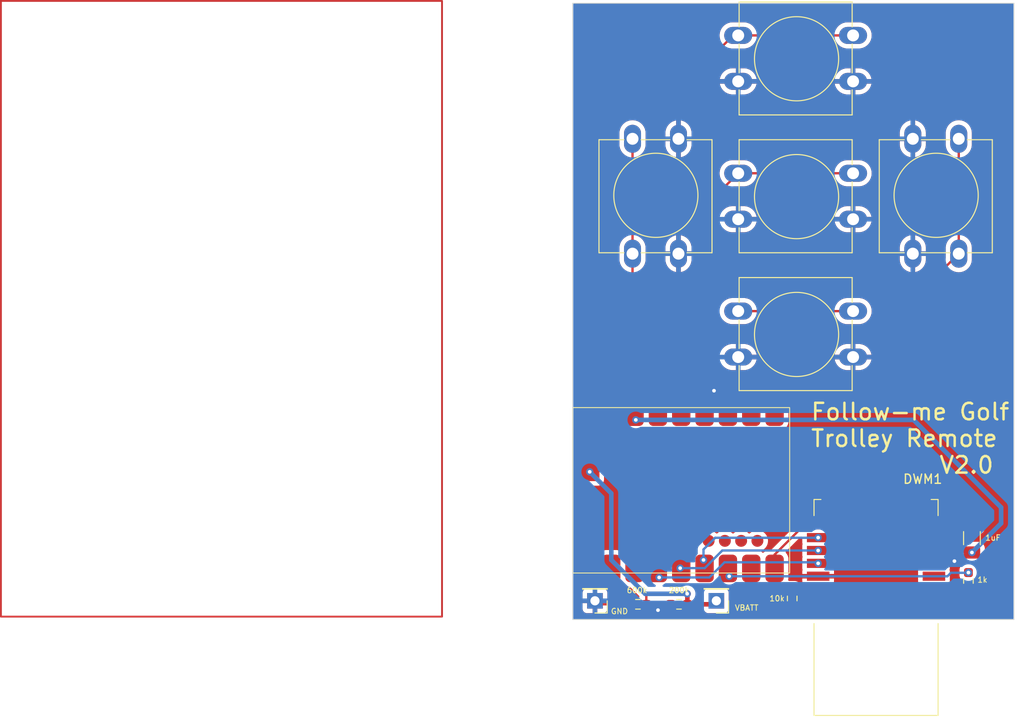
<source format=kicad_pcb>
(kicad_pcb (version 20221018) (generator pcbnew)
  (layers (0 "F.Cu" signal) (31 "B.Cu" signal) (34 "B.Paste" user) (35 "F.Paste" user) (36 "B.SilkS" user "B.Silkscreen") (37 "F.SilkS" user "F.Silkscreen") (38 "B.Mask" user) (39 "F.Mask" user) (44 "Edge.Cuts" user))
  (net 0 "")
  (net 1 "GND")
  (net 2 "+3V3")
  (net 5 "Net-(DWM1-RSTn)")
  (net 14 "CS")
  (net 15 "MOSI")
  (net 16 "MISO")
  (net 17 "CLK")
  (net 18 "IRQ")
  (net 19 "RST")
  (net 20 "VBATT")
  (net 21 "VBATT_DIV")
  (net 22 "LEFT")
  (net 23 "UP")
  (net 24 "STOP")
  (net 25 "DOWN")
  (net 26 "RIGHT")
  (net 31 "Net-(U2-en_fast_charge)")
  (footprint "Capacitor_SMD:C_1206_3216Metric_Pad1.33x1.80mm_HandSolder" (layer "F.Cu") (at 105.664 58.4585 -90)
    (fp_text reference "C2" hide)
    (fp_text value "1uF" hide)
    (fp_line (start -0.711252 -0.91) (end 0.711252 -0.91) (stroke (width 0.12)) (layer "F.SilkS"))
    (fp_line (start -0.711252 0.91) (end 0.711252 0.91) (stroke (width 0.12)) (layer "F.SilkS"))
    (pad "1" smd roundrect (at -1.5625 0 270) (size 1.325 1.8) (layers "F.Cu" "F.Paste" "F.Mask") (roundrect_rratio 0.1886792453) (net 1 "GND"))
    (pad "2" smd roundrect (at 1.5625 0 270) (size 1.325 1.8) (layers "F.Cu" "F.Paste" "F.Mask") (roundrect_rratio 0.1886792453) (net 2 "+3V3"))
  )
  (footprint "Connector_PinHeader_2.54mm:PinHeader_1x01_P2.54mm_Vertical" (layer "F.Cu") (at 77.851 65.278 180)
    (fp_text reference "VBATT1" hide)
    (fp_text value "Batt Conn" hide)
    (fp_line (start -1.33 -1.33) (end 0 -1.33) (stroke (width 0.12)) (layer "F.SilkS"))
    (fp_line (start -1.33 0) (end -1.33 -1.33) (stroke (width 0.12)) (layer "F.SilkS"))
    (fp_line (start -1.33 1.27) (end -1.33 1.33) (stroke (width 0.12)) (layer "F.SilkS"))
    (fp_line (start -1.33 1.27) (end 1.33 1.27) (stroke (width 0.12)) (layer "F.SilkS"))
    (fp_line (start -1.33 1.33) (end 1.33 1.33) (stroke (width 0.12)) (layer "F.SilkS"))
    (fp_line (start 1.33 1.27) (end 1.33 1.33) (stroke (width 0.12)) (layer "F.SilkS"))
    (pad "1" thru_hole rect (at 0 0 180) (size 1.7 1.7) (drill 1) (layers "*.Cu" "*.Mask") (net 20 "VBATT"))
  )
  (footprint "Button_Switch_THT:SW_PUSH-12mm" (layer "F.Cu") (at 80.23 3.754)
    (fp_text reference "SW2" hide)
    (fp_text value "SW_Push" hide)
    (fp_line (start 0.1 -3.65) (end 12.4 -3.65) (stroke (width 0.12)) (layer "F.SilkS"))
    (fp_line (start 0.1 -0.93) (end 0.1 -3.65) (stroke (width 0.12)) (layer "F.SilkS"))
    (fp_line (start 0.1 4.07) (end 0.1 0.93) (stroke (width 0.12)) (layer "F.SilkS"))
    (fp_line (start 0.1 8.65) (end 0.1 5.93) (stroke (width 0.12)) (layer "F.SilkS"))
    (fp_line (start 12.4 -3.65) (end 12.4 -0.93) (stroke (width 0.12)) (layer "F.SilkS"))
    (fp_line (start 12.4 0.93) (end 12.4 4.07) (stroke (width 0.12)) (layer "F.SilkS"))
    (fp_line (start 12.4 5.93) (end 12.4 8.65) (stroke (width 0.12)) (layer "F.SilkS"))
    (fp_line (start 12.4 8.65) (end 0.1 8.65) (stroke (width 0.12)) (layer "F.SilkS"))
    (fp_circle (center 6.35 2.54) (end 10.16 5.08) (stroke (width 0.12)) (fill none) (layer "F.SilkS"))
    (pad "1" thru_hole oval (at 0 0) (size 3.048 1.85) (drill 1.3) (layers "*.Cu" "*.Mask") (net 23 "UP"))
    (pad "1" thru_hole oval (at 12.5 0) (size 3.048 1.85) (drill 1.3) (layers "*.Cu" "*.Mask") (net 23 "UP"))
    (pad "2" thru_hole oval (at 0 5) (size 3.048 1.85) (drill 1.3) (layers "*.Cu" "*.Mask") (net 1 "GND"))
    (pad "2" thru_hole oval (at 12.5 5) (size 3.048 1.85) (drill 1.3) (layers "*.Cu" "*.Mask") (net 1 "GND"))
  )
  (footprint "Resistor_SMD:R_0603_1608Metric_Pad0.98x0.95mm_HandSolder" (layer "F.Cu") (at 105.283 63.119 90)
    (fp_text reference "R1" hide)
    (fp_text value "R1k" hide)
    (fp_line (start -0.254724 -0.5225) (end 0.254724 -0.5225) (stroke (width 0.12)) (layer "F.SilkS"))
    (fp_line (start -0.254724 0.5225) (end 0.254724 0.5225) (stroke (width 0.12)) (layer "F.SilkS"))
    (pad "1" smd roundrect (at -0.9125 0 90) (size 0.975 0.95) (layers "F.Cu" "F.Paste" "F.Mask") (net 5 "Net-(DWM1-RSTn)"))
    (pad "2" smd roundrect (at 0.9125 0 90) (size 0.975 0.95) (layers "F.Cu" "F.Paste" "F.Mask") (net 19 "RST"))
  )
  (footprint "Resistor_SMD:R_0603_1608Metric_Pad0.98x0.95mm_HandSolder" (layer "F.Cu") (at 86.106 65.024 -90)
    (fp_text reference "R4" hide)
    (fp_text value "R10k" hide)
    (fp_line (start -0.254724 -0.5225) (end 0.254724 -0.5225) (stroke (width 0.12)) (layer "F.SilkS"))
    (fp_line (start -0.254724 0.5225) (end 0.254724 0.5225) (stroke (width 0.12)) (layer "F.SilkS"))
    (pad "1" smd roundrect (at -0.9125 0 270) (size 0.975 0.95) (layers "F.Cu" "F.Paste" "F.Mask") (net 18 "IRQ"))
    (pad "2" smd roundrect (at 0.9125 0 270) (size 0.975 0.95) (layers "F.Cu" "F.Paste" "F.Mask") (net 1 "GND"))
  )
  (footprint "Button_Switch_THT:SW_PUSH-12mm" (layer "F.Cu") (at 80.23 33.754)
    (fp_text reference "SW4" hide)
    (fp_text value "SW_Push" hide)
    (fp_line (start 0.1 -3.65) (end 12.4 -3.65) (stroke (width 0.12)) (layer "F.SilkS"))
    (fp_line (start 0.1 -0.93) (end 0.1 -3.65) (stroke (width 0.12)) (layer "F.SilkS"))
    (fp_line (start 0.1 4.07) (end 0.1 0.93) (stroke (width 0.12)) (layer "F.SilkS"))
    (fp_line (start 0.1 8.65) (end 0.1 5.93) (stroke (width 0.12)) (layer "F.SilkS"))
    (fp_line (start 12.4 -3.65) (end 12.4 -0.93) (stroke (width 0.12)) (layer "F.SilkS"))
    (fp_line (start 12.4 0.93) (end 12.4 4.07) (stroke (width 0.12)) (layer "F.SilkS"))
    (fp_line (start 12.4 5.93) (end 12.4 8.65) (stroke (width 0.12)) (layer "F.SilkS"))
    (fp_line (start 12.4 8.65) (end 0.1 8.65) (stroke (width 0.12)) (layer "F.SilkS"))
    (fp_circle (center 6.35 2.54) (end 10.16 5.08) (stroke (width 0.12)) (fill none) (layer "F.SilkS"))
    (pad "1" thru_hole oval (at 0 0) (size 3.048 1.85) (drill 1.3) (layers "*.Cu" "*.Mask") (net 25 "DOWN"))
    (pad "1" thru_hole oval (at 12.5 0) (size 3.048 1.85) (drill 1.3) (layers "*.Cu" "*.Mask") (net 25 "DOWN"))
    (pad "2" thru_hole oval (at 0 5) (size 3.048 1.85) (drill 1.3) (layers "*.Cu" "*.Mask") (net 1 "GND"))
    (pad "2" thru_hole oval (at 12.5 5) (size 3.048 1.85) (drill 1.3) (layers "*.Cu" "*.Mask") (net 1 "GND"))
  )
  (footprint "Connector_PinHeader_2.54mm:PinHeader_1x01_P2.54mm_Vertical" (layer "F.Cu") (at 64.643 65.278 180)
    (fp_text reference "GND" (at -2.667 -1.143) (layer "F.SilkS") (effects (font (size 0.6 0.6) (thickness 0.1) bold)))
    (fp_text value "Batt Conn" hide)
    (fp_line (start -1.33 -1.33) (end 0 -1.33) (stroke (width 0.12)) (layer "F.SilkS"))
    (fp_line (start -1.33 0) (end -1.33 -1.33) (stroke (width 0.12)) (layer "F.SilkS"))
    (fp_line (start -1.33 1.27) (end -1.33 1.33) (stroke (width 0.12)) (layer "F.SilkS"))
    (fp_line (start -1.33 1.27) (end 1.33 1.27) (stroke (width 0.12)) (layer "F.SilkS"))
    (fp_line (start -1.33 1.33) (end 1.33 1.33) (stroke (width 0.12)) (layer "F.SilkS"))
    (fp_line (start 1.33 1.27) (end 1.33 1.33) (stroke (width 0.12)) (layer "F.SilkS"))
    (pad "1" thru_hole rect (at 0 0 180) (size 1.7 1.7) (drill 1) (layers "*.Cu" "*.Mask") (net 1 "GND"))
  )
  (footprint "Button_Switch_THT:SW_PUSH-12mm" (layer "F.Cu") (at 68.73 27.504 90)
    (fp_text reference "SW1" hide)
    (fp_text value "SW_Push" hide)
    (fp_line (start 0.1 -3.65) (end 12.4 -3.65) (stroke (width 0.12)) (layer "F.SilkS"))
    (fp_line (start 0.1 -0.93) (end 0.1 -3.65) (stroke (width 0.12)) (layer "F.SilkS"))
    (fp_line (start 0.1 4.07) (end 0.1 0.93) (stroke (width 0.12)) (layer "F.SilkS"))
    (fp_line (start 0.1 8.65) (end 0.1 5.93) (stroke (width 0.12)) (layer "F.SilkS"))
    (fp_line (start 12.4 -3.65) (end 12.4 -0.93) (stroke (width 0.12)) (layer "F.SilkS"))
    (fp_line (start 12.4 0.93) (end 12.4 4.07) (stroke (width 0.12)) (layer "F.SilkS"))
    (fp_line (start 12.4 5.93) (end 12.4 8.65) (stroke (width 0.12)) (layer "F.SilkS"))
    (fp_line (start 12.4 8.65) (end 0.1 8.65) (stroke (width 0.12)) (layer "F.SilkS"))
    (fp_circle (center 6.35 2.54) (end 10.16 5.08) (stroke (width 0.12)) (fill none) (layer "F.SilkS"))
    (pad "1" thru_hole oval (at 0 0 90) (size 3.048 1.85) (drill 1.3) (layers "*.Cu" "*.Mask") (net 22 "LEFT"))
    (pad "1" thru_hole oval (at 12.5 0 90) (size 3.048 1.85) (drill 1.3) (layers "*.Cu" "*.Mask") (net 22 "LEFT"))
    (pad "2" thru_hole oval (at 0 5 90) (size 3.048 1.85) (drill 1.3) (layers "*.Cu" "*.Mask") (net 1 "GND"))
    (pad "2" thru_hole oval (at 12.5 5 90) (size 3.048 1.85) (drill 1.3) (layers "*.Cu" "*.Mask") (net 1 "GND"))
  )
  (footprint "Button_Switch_THT:SW_PUSH-12mm" (layer "F.Cu") (at 99.23 27.504 90)
    (fp_text reference "SW5" hide)
    (fp_text value "SW_Push" hide)
    (fp_line (start 0.1 -3.65) (end 12.4 -3.65) (stroke (width 0.12)) (layer "F.SilkS"))
    (fp_line (start 0.1 -0.93) (end 0.1 -3.65) (stroke (width 0.12)) (layer "F.SilkS"))
    (fp_line (start 0.1 4.07) (end 0.1 0.93) (stroke (width 0.12)) (layer "F.SilkS"))
    (fp_line (start 0.1 8.65) (end 0.1 5.93) (stroke (width 0.12)) (layer "F.SilkS"))
    (fp_line (start 12.4 -3.65) (end 12.4 -0.93) (stroke (width 0.12)) (layer "F.SilkS"))
    (fp_line (start 12.4 0.93) (end 12.4 4.07) (stroke (width 0.12)) (layer "F.SilkS"))
    (fp_line (start 12.4 5.93) (end 12.4 8.65) (stroke (width 0.12)) (layer "F.SilkS"))
    (fp_line (start 12.4 8.65) (end 0.1 8.65) (stroke (width 0.12)) (layer "F.SilkS"))
    (fp_circle (center 6.35 2.54) (end 10.16 5.08) (stroke (width 0.12)) (fill none) (layer "F.SilkS"))
    (pad "1" thru_hole oval (at 0 0 90) (size 3.048 1.85) (drill 1.3) (layers "*.Cu" "*.Mask") (net 1 "GND"))
    (pad "1" thru_hole oval (at 12.5 0 90) (size 3.048 1.85) (drill 1.3) (layers "*.Cu" "*.Mask") (net 1 "GND"))
    (pad "2" thru_hole oval (at 0 5 90) (size 3.048 1.85) (drill 1.3) (layers "*.Cu" "*.Mask") (net 26 "RIGHT"))
    (pad "2" thru_hole oval (at 12.5 5 90) (size 3.048 1.85) (drill 1.3) (layers "*.Cu" "*.Mask") (net 26 "RIGHT"))
  )
  (footprint "Resistor_SMD:R_0603_1608Metric_Pad0.98x0.95mm_HandSolder" (layer "F.Cu") (at 73.787 65.659 180)
    (fp_text reference "R2" hide)
    (fp_text value "R200k" hide)
    (fp_line (start -0.254724 -0.5225) (end 0.254724 -0.5225) (stroke (width 0.12)) (layer "F.SilkS"))
    (fp_line (start -0.254724 0.5225) (end 0.254724 0.5225) (stroke (width 0.12)) (layer "F.SilkS"))
    (pad "1" smd roundrect (at -0.9125 0 180) (size 0.975 0.95) (layers "F.Cu" "F.Paste" "F.Mask") (net 20 "VBATT"))
    (pad "2" smd roundrect (at 0.9125 0 180) (size 0.975 0.95) (layers "F.Cu" "F.Paste" "F.Mask") (net 21 "VBATT_DIV"))
  )
  (footprint "ESP32 S3 Supermini:ESP32 S3 Supermini" (layer "F.Cu") (at 62.23 62.254 90)
    (fp_text reference "U2" hide)
    (fp_text value "~" hide)
    (fp_rect (start 0 0) (end 18 23.6) (stroke (width 0.1)) (fill none) (layer "F.SilkS"))
    (pad "1" smd roundrect (at 0.5 1.64 90) (size 3 2) (layers "F.Cu" "F.Paste" "F.Mask"))
    (pad "2" smd roundrect (at 0.5 4.18 90) (size 3 2) (layers "F.Cu" "F.Paste" "F.Mask"))
    (pad "3" smd roundrect (at 0.5 6.72 90) (size 3 2) (layers "F.Cu" "F.Paste" "F.Mask") (net 21 "VBATT_DIV"))
    (pad "4" smd roundrect (at 0.5 9.26 90) (size 3 2) (layers "F.Cu" "F.Paste" "F.Mask") (net 17 "CLK"))
    (pad "5" smd roundrect (at 0.5 11.8 90) (size 3 2) (layers "F.Cu" "F.Paste" "F.Mask") (net 16 "MISO"))
    (pad "6" smd roundrect (at 0.5 14.34 90) (size 3 2) (layers "F.Cu" "F.Paste" "F.Mask") (net 15 "MOSI"))
    (pad "7" smd roundrect (at 0.5 16.88 90) (size 3 2) (layers "F.Cu" "F.Paste" "F.Mask") (net 19 "RST"))
    (pad "8" smd roundrect (at 0.5 19.42 90) (size 3 2) (layers "F.Cu" "F.Paste" "F.Mask") (net 18 "IRQ"))
    (pad "9" smd roundrect (at 0.5 21.96 90) (size 3 2) (layers "F.Cu" "F.Paste" "F.Mask") (net 14 "CS"))
    (pad "10" smd roundrect (at 17.5 21.96 90) (size 3 2) (layers "F.Cu" "F.Paste" "F.Mask") (net 26 "RIGHT"))
    (pad "11" smd roundrect (at 17.5 19.42 90) (size 3 2) (layers "F.Cu" "F.Paste" "F.Mask") (net 25 "DOWN"))
    (pad "12" smd roundrect (at 17.5 16.88 90) (size 3 2) (layers "F.Cu" "F.Paste" "F.Mask") (net 24 "STOP"))
    (pad "13" smd roundrect (at 17.5 14.34 90) (size 3 2) (layers "F.Cu" "F.Paste" "F.Mask") (net 23 "UP"))
    (pad "14" smd roundrect (at 17.5 11.8 90) (size 3 2) (layers "F.Cu" "F.Paste" "F.Mask") (net 22 "LEFT"))
    (pad "15" smd roundrect (at 17.5 9.26 90) (size 3 2) (layers "F.Cu" "F.Paste" "F.Mask"))
    (pad "16" smd roundrect (at 17.5 6.72 90) (size 3 2) (layers "F.Cu" "F.Paste" "F.Mask") (net 2 "+3V3"))
    (pad "17" smd roundrect (at 17.5 4.18 90) (size 3 2) (layers "F.Cu" "F.Paste" "F.Mask") (net 1 "GND"))
    (pad "18" smd roundrect (at 17.5 1.64 90) (size 3 2) (layers "F.Cu" "F.Paste" "F.Mask"))
    (pad "19" smd roundrect (at 7.1 1.8 90) (size 2.2 2.2) (layers "F.Cu" "F.Paste" "F.Mask") (roundrect_rratio 0.1) (net 1 "GND"))
    (pad "20" smd roundrect (at 11.1 1.8 90) (size 2.2 2.2) (layers "F.Cu" "F.Paste" "F.Mask") (roundrect_rratio 0.1) (net 20 "VBATT"))
    (pad "21" smd rect (at 8 6.2 90) (size 1 1) (layers "F.Cu" "F.Paste" "F.Mask") (net 31 "Net-(U2-en_fast_charge)"))
    (pad "22" smd rect (at 10 6.2 90) (size 1 1) (layers "F.Cu" "F.Paste" "F.Mask") (net 31 "Net-(U2-en_fast_charge)"))
    (pad "23" smd circle (at 3.5 7.7 90) (size 1.3 1.3) (layers "F.Cu" "F.Paste" "F.Mask"))
    (pad "24" smd circle (at 3.5 9.47 90) (size 1.3 1.3) (layers "F.Cu" "F.Paste" "F.Mask"))
    (pad "25" smd circle (at 3.5 11.24 90) (size 1.3 1.3) (layers "F.Cu" "F.Paste" "F.Mask"))
    (pad "26" smd circle (at 3.5 13.01 90) (size 1.3 1.3) (layers "F.Cu" "F.Paste" "F.Mask"))
    (pad "27" smd circle (at 3.5 14.78 90) (size 1.3 1.3) (layers "F.Cu" "F.Paste" "F.Mask"))
    (pad "28" smd circle (at 3.5 16.55 90) (size 1.3 1.3) (layers "F.Cu" "F.Paste" "F.Mask"))
    (pad "29" smd circle (at 3.5 18.32 90) (size 1.3 1.3) (layers "F.Cu" "F.Paste" "F.Mask"))
    (pad "30" smd circle (at 3.5 20.09 90) (size 1.3 1.3) (layers "F.Cu" "F.Paste" "F.Mask"))
    (pad "31" smd circle (at 14.2 20.09 90) (size 1.3 1.3) (layers "F.Cu" "F.Paste" "F.Mask"))
    (pad "32" smd circle (at 14.2 18.32 90) (size 1.3 1.3) (layers "F.Cu" "F.Paste" "F.Mask"))
    (pad "33" smd circle (at 14.2 16.55 90) (size 1.3 1.3) (layers "F.Cu" "F.Paste" "F.Mask"))
    (pad "34" smd circle (at 14.2 14.78 90) (size 1.3 1.3) (layers "F.Cu" "F.Paste" "F.Mask"))
    (pad "35" smd circle (at 14.2 13.01 90) (size 1.3 1.3) (layers "F.Cu" "F.Paste" "F.Mask"))
    (pad "36" smd circle (at 14.2 11.24 90) (size 1.3 1.3) (layers "F.Cu" "F.Paste" "F.Mask"))
    (pad "37" smd circle (at 14.2 9.47 90) (size 1.2 1.2) (layers "F.Cu" "F.Paste" "F.Mask"))
    (pad "38" smd circle (at 14.2 7.7 90) (size 1.3 1.3) (layers "F.Cu" "F.Paste" "F.Mask"))
    (pad "39" smd circle (at 11.4 7.7 90) (size 1.3 1.3) (layers "F.Cu" "F.Paste" "F.Mask"))
    (pad "40" smd circle (at 11.4 9.47 90) (size 1.3 1.3) (layers "F.Cu" "F.Paste" "F.Mask"))
    (pad "41" smd circle (at 11.4 11.24 90) (size 1.3 1.3) (layers "F.Cu" "F.Paste" "F.Mask"))
    (pad "42" smd circle (at 11.4 13.01 90) (size 1.3 1.3) (layers "F.Cu" "F.Paste" "F.Mask"))
  )
  (footprint "RF_Module:DWM1000" (layer "F.Cu") (at 95.23 66.004 180)
    (fp_text reference "DWM1" (at -5.08 13.97) (layer "F.SilkS"))
    (fp_text value "DWM1000")
    (fp_line (start -6.75 -11.75) (end -6.75 -1.75) (stroke (width 0.12)) (layer "F.SilkS"))
    (fp_line (start -6.75 -11.75) (end 6.75 -11.75) (stroke (width 0.12)) (layer "F.SilkS"))
    (fp_line (start -6.75 11.75) (end -6.75 10) (stroke (width 0.12)) (layer "F.SilkS"))
    (fp_line (start -6 11.75) (end -6.75 11.75) (stroke (width 0.12)) (layer "F.SilkS"))
    (fp_line (start 6 11.75) (end 6.75 11.75) (stroke (width 0.12)) (layer "F.SilkS"))
    (fp_line (start 6.75 -11.75) (end 6.75 -1.75) (stroke (width 0.12)) (layer "F.SilkS"))
    (fp_line (start 6.75 11.75) (end 6.75 10) (stroke (width 0.12)) (layer "F.SilkS"))
    (pad "1" smd rect (at -6.3 -0.7988 270) (size 1 2.45) (layers "F.Cu" "F.Paste" "F.Mask"))
    (pad "2" smd rect (at -6.3 0.6012 270) (size 1 2.45) (layers "F.Cu" "F.Paste" "F.Mask"))
    (pad "3" smd rect (at -6.3 2.0012 270) (size 1 2.45) (layers "F.Cu" "F.Paste" "F.Mask") (net 5 "Net-(DWM1-RSTn)"))
    (pad "4" smd rect (at -6.3 3.4012 270) (size 1 2.45) (layers "F.Cu" "F.Paste" "F.Mask"))
    (pad "5" smd rect (at -6.3 4.8012 270) (size 1 2.45) (layers "F.Cu" "F.Paste" "F.Mask") (net 2 "+3V3"))
    (pad "6" smd rect (at -6.3 6.2012 270) (size 1 2.45) (layers "F.Cu" "F.Paste" "F.Mask") (net 2 "+3V3"))
    (pad "7" smd rect (at -6.3 7.6012 270) (size 1 2.45) (layers "F.Cu" "F.Paste" "F.Mask") (net 2 "+3V3"))
    (pad "8" smd rect (at -6.3 9.0012 270) (size 1 2.45) (layers "F.Cu" "F.Paste" "F.Mask") (net 1 "GND"))
    (pad "9" smd rect (at -4.9 11.2962 180) (size 1 2.45) (layers "F.Cu" "F.Paste" "F.Mask"))
    (pad "10" smd rect (at -3.5 11.2962 180) (size 1 2.45) (layers "F.Cu" "F.Paste" "F.Mask"))
    (pad "11" smd rect (at -2.1 11.2962 180) (size 1 2.45) (layers "F.Cu" "F.Paste" "F.Mask"))
    (pad "12" smd rect (at -0.7 11.2962 180) (size 1 2.45) (layers "F.Cu" "F.Paste" "F.Mask"))
    (pad "13" smd rect (at 0.7 11.2962 180) (size 1 2.45) (layers "F.Cu" "F.Paste" "F.Mask"))
    (pad "14" smd rect (at 2.1 11.2962 180) (size 1 2.45) (layers "F.Cu" "F.Paste" "F.Mask"))
    (pad "15" smd rect (at 3.5 11.2962 180) (size 1 2.45) (layers "F.Cu" "F.Paste" "F.Mask"))
    (pad "16" smd rect (at 4.9 11.2962 180) (size 1 2.45) (layers "F.Cu" "F.Paste" "F.Mask") (net 1 "GND"))
    (pad "17" smd rect (at 6.3 9 270) (size 1 2.45) (layers "F.Cu" "F.Paste" "F.Mask") (net 14 "CS"))
    (pad "18" smd rect (at 6.3 7.6 270) (size 1 2.45) (layers "F.Cu" "F.Paste" "F.Mask") (net 15 "MOSI"))
    (pad "19" smd rect (at 6.3 6.2012 270) (size 1 2.45) (layers "F.Cu" "F.Paste" "F.Mask") (net 16 "MISO"))
    (pad "20" smd rect (at 6.3 4.8012 270) (size 1 2.45) (layers "F.Cu" "F.Paste" "F.Mask") (net 17 "CLK"))
    (pad "21" smd rect (at 6.3 3.4012 270) (size 1 2.45) (layers "F.Cu" "F.Paste" "F.Mask") (net 1 "GND"))
    (pad "22" smd rect (at 6.3 2.0012 270) (size 1 2.45) (layers "F.Cu" "F.Paste" "F.Mask") (net 18 "IRQ"))
    (pad "23" smd rect (at 6.3 0.6012 270) (size 1 2.45) (layers "F.Cu" "F.Paste" "F.Mask") (net 1 "GND"))
    (pad "24" smd rect (at 6.3 -0.7988 270) (size 1 2.45) (layers "F.Cu" "F.Paste" "F.Mask") (net 1 "GND"))
    (zone (net 0) (net_name "") (layers "*.Cu") (connect_pads (clearance 0)) (min_thickness 0.254)
      (keepout (tracks not_allowed) (vias not_allowed) (pads not_allowed) (copperpour not_allowed) (footprints not_allowed))
      (fill (thermal_gap 0.508) (thermal_bridge_width 0.508))
      (polygon (pts (xy 104.12 67.324) (xy 86.34 67.324) (xy 86.34 78.704) (xy 104.12 78.704)))
    )
  )
  (footprint "Button_Switch_THT:SW_PUSH-12mm" (layer "F.Cu") (at 80.23 18.754)
    (fp_text reference "SW3" hide)
    (fp_text value "SW_Push" hide)
    (fp_line (start 0.1 -3.65) (end 12.4 -3.65) (stroke (width 0.12)) (layer "F.SilkS"))
    (fp_line (start 0.1 -0.93) (end 0.1 -3.65) (stroke (width 0.12)) (layer "F.SilkS"))
    (fp_line (start 0.1 4.07) (end 0.1 0.93) (stroke (width 0.12)) (layer "F.SilkS"))
    (fp_line (start 0.1 8.65) (end 0.1 5.93) (stroke (width 0.12)) (layer "F.SilkS"))
    (fp_line (start 12.4 -3.65) (end 12.4 -0.93) (stroke (width 0.12)) (layer "F.SilkS"))
    (fp_line (start 12.4 0.93) (end 12.4 4.07) (stroke (width 0.12)) (layer "F.SilkS"))
    (fp_line (start 12.4 5.93) (end 12.4 8.65) (stroke (width 0.12)) (layer "F.SilkS"))
    (fp_line (start 12.4 8.65) (end 0.1 8.65) (stroke (width 0.12)) (layer "F.SilkS"))
    (fp_circle (center 6.35 2.54) (end 10.16 5.08) (stroke (width 0.12)) (fill none) (layer "F.SilkS"))
    (pad "1" thru_hole oval (at 0 0) (size 3.048 1.85) (drill 1.3) (layers "*.Cu" "*.Mask") (net 24 "STOP"))
    (pad "1" thru_hole oval (at 12.5 0) (size 3.048 1.85) (drill 1.3) (layers "*.Cu" "*.Mask") (net 24 "STOP"))
    (pad "2" thru_hole oval (at 0 5) (size 3.048 1.85) (drill 1.3) (layers "*.Cu" "*.Mask") (net 1 "GND"))
    (pad "2" thru_hole oval (at 12.5 5) (size 3.048 1.85) (drill 1.3) (layers "*.Cu" "*.Mask") (net 1 "GND"))
  )
  (footprint "Resistor_SMD:R_0603_1608Metric_Pad0.98x0.95mm_HandSolder" (layer "F.Cu") (at 69.3185 65.659 180)
    (fp_text reference "R3" hide)
    (fp_text value "R680k" hide)
    (fp_line (start -0.254724 -0.5225) (end 0.254724 -0.5225) (stroke (width 0.12)) (layer "F.SilkS"))
    (fp_line (start -0.254724 0.5225) (end 0.254724 0.5225) (stroke (width 0.12)) (layer "F.SilkS"))
    (pad "1" smd roundrect (at -0.9125 0 180) (size 0.975 0.95) (layers "F.Cu" "F.Paste" "F.Mask") (net 21 "VBATT_DIV"))
    (pad "2" smd roundrect (at 0.9125 0 180) (size 0.975 0.95) (layers "F.Cu" "F.Paste" "F.Mask") (net 1 "GND"))
  )
  (gr_rect locked (start 0 0) (end 48 67) (stroke (width 0.2)) (fill none) (layer "F.Cu"))
  (gr_rect (start 62.23 0.254) (end 110.236 67.31) (stroke (width 0.1)) (fill none) (layer "Edge.Cuts"))
  (gr_text "1k" (at 106.807 62.992) (layer "F.SilkS") (effects (font (size 0.6 0.6) (thickness 0.1) bold)))
  (gr_text "600k" (at 69.215 64.135) (layer "F.SilkS") (effects (font (size 0.6 0.6) (thickness 0.1) bold)))
  (gr_text "VBATT" (at 81.153 66.04) (layer "F.SilkS") (effects (font (size 0.6 0.6) (thickness 0.1) bold)))
  (gr_text "Follow-me Golf \nTrolley Remote \n		V2.0" (at 88.011 51.562) (layer "F.SilkS") (effects (font (size 1.8 1.8) (thickness 0.27)) (justify left bottom)))
  (gr_text "200k" (at 73.787 64.135) (layer "F.SilkS") (effects (font (size 0.6 0.6) (thickness 0.1) bold)))
  (gr_text "1uF" (at 107.95 58.42) (layer "F.SilkS") (effects (font (size 0.6 0.6) (thickness 0.1) bold)))
  (gr_text "10k" (at 84.455 65.024) (layer "F.SilkS") (effects (font (size 0.6 0.6) (thickness 0.1) bold)))
  (segment (start 65.151 65.659) (end 64.643 65.151) (width 0.25) (layer "F.Cu") (net 1))
  (segment (start 66.41 41.794) (end 66.421 41.783) (width 0.25) (layer "F.Cu") (net 1))
  (segment (start 68.406 65.659) (end 65.151 65.659) (width 0.25) (layer "F.Cu") (net 1))
  (segment (start 66.421 41.783) (end 66.421 48.006) (width 0.5) (layer "F.Cu") (net 1))
  (via (at 77.597 42.418) (size 0.8) (drill 0.4) (layers "F.Cu" "B.Cu") (net 1))
  (via (at 71.501 66.294) (size 0.8) (drill 0.4) (layers "F.Cu" "B.Cu") (net 1))
  (via (at 103.759 60.96) (size 0.8) (drill 0.4) (layers "F.Cu" "B.Cu") (net 1))
  (segment (start 105.4458 59.8028) (end 105.664 60.021) (width 0.25) (layer "F.Cu") (net 2))
  (segment (start 101.53 59.8028) (end 101.53 58.4028) (width 0.5) (layer "F.Cu") (net 2))
  (segment (start 101.53 59.8028) (end 101.53 61.2028) (width 0.5) (layer "F.Cu") (net 2))
  (segment (start 68.95 44.754) (end 68.95 45.455) (width 0.25) (layer "F.Cu") (net 2))
  (segment (start 68.95 45.455) (end 69.088 45.593) (width 0.25) (layer "F.Cu") (net 2))
  (segment (start 101.53 59.8028) (end 105.4458 59.8028) (width 0.5) (layer "F.Cu") (net 2))
  (via (at 105.664 60.021) (size 0.8) (drill 0.4) (layers "F.Cu" "B.Cu") (net 2))
  (via (at 69.088 45.593) (size 0.8) (drill 0.4) (layers "F.Cu" "B.Cu") (net 2))
  (segment (start 108.839 56.846) (end 105.664 60.021) (width 0.5) (layer "B.Cu") (net 2))
  (segment (start 69.088 45.593) (end 99.314 45.593) (width 0.5) (layer "B.Cu") (net 2))
  (segment (start 99.314 45.593) (end 108.839 55.118) (width 0.5) (layer "B.Cu") (net 2))
  (segment (start 108.839 55.118) (end 108.839 56.846) (width 0.5) (layer "B.Cu") (net 2))
  (segment (start 101.53 64.0028) (end 105.1508 64.0028) (width 0.25) (layer "F.Cu") (net 5))
  (segment (start 105.1508 64.0028) (end 105.283 64.135) (width 0.25) (layer "F.Cu") (net 5))
  (segment (start 84.19 61.754) (end 84.19 60.254) (width 0.25) (layer "F.Cu") (net 14))
  (segment (start 87.44 57.004) (end 88.93 57.004) (width 0.25) (layer "F.Cu") (net 14))
  (segment (start 84.19 60.254) (end 87.44 57.004) (width 0.25) (layer "F.Cu") (net 14))
  (segment (start 76.57 60.949) (end 76.454 60.833) (width 0.25) (layer "F.Cu") (net 15))
  (segment (start 76.57 61.754) (end 76.57 60.949) (width 0.25) (layer "F.Cu") (net 15))
  (via (at 88.93 58.404) (size 0.8) (drill 0.4) (layers "F.Cu" "B.Cu") (net 15))
  (via (at 76.454 60.833) (size 0.8) (drill 0.4) (layers "F.Cu" "B.Cu") (net 15))
  (segment (start 76.454 59.69) (end 77.724 58.42) (width 0.25) (layer "B.Cu") (net 15))
  (segment (start 88.914 58.42) (end 88.93 58.404) (width 0.25) (layer "B.Cu") (net 15))
  (segment (start 76.454 60.833) (end 76.454 59.69) (width 0.25) (layer "B.Cu") (net 15))
  (segment (start 77.724 58.42) (end 88.914 58.42) (width 0.25) (layer "B.Cu") (net 15))
  (segment (start 74.03 61.754) (end 73.946 61.754) (width 0.25) (layer "F.Cu") (net 16))
  (segment (start 73.946 61.754) (end 73.914 61.722) (width 0.25) (layer "F.Cu") (net 16))
  (via (at 73.914 61.722) (size 0.8) (drill 0.4) (layers "F.Cu" "B.Cu") (net 16))
  (via (at 88.93 59.8028) (size 0.8) (drill 0.4) (layers "F.Cu" "B.Cu") (net 16))
  (segment (start 78.5002 59.8028) (end 88.93 59.8028) (width 0.25) (layer "B.Cu") (net 16))
  (segment (start 73.914 61.722) (end 76.590305 61.722) (width 0.25) (layer "B.Cu") (net 16))
  (segment (start 76.590305 61.722) (end 77.179 61.133305) (width 0.25) (layer "B.Cu") (net 16))
  (segment (start 77.179 61.133305) (end 77.179 61.124) (width 0.25) (layer "B.Cu") (net 16))
  (segment (start 77.179 61.124) (end 78.5002 59.8028) (width 0.25) (layer "B.Cu") (net 16))
  (segment (start 71.49 61.754) (end 71.49 62.6) (width 0.25) (layer "F.Cu") (net 17))
  (segment (start 71.596 61.754) (end 71.628 61.722) (width 0.25) (layer "F.Cu") (net 17))
  (segment (start 71.49 62.6) (end 71.628 62.738) (width 0.25) (layer "F.Cu") (net 17))
  (via (at 88.93 61.2028) (size 0.8) (drill 0.4) (layers "F.Cu" "B.Cu") (net 17))
  (via (at 71.628 62.738) (size 0.8) (drill 0.4) (layers "F.Cu" "B.Cu") (net 17))
  (segment (start 88.8142 61.087) (end 88.93 61.2028) (width 0.25) (layer "B.Cu") (net 17))
  (segment (start 78.74 61.087) (end 88.8142 61.087) (width 0.25) (layer "B.Cu") (net 17))
  (segment (start 77.089 62.738) (end 78.74 61.087) (width 0.25) (layer "B.Cu") (net 17))
  (segment (start 71.628 62.738) (end 77.089 62.738) (width 0.25) (layer "B.Cu") (net 17))
  (segment (start 88.8213 64.1115) (end 88.93 64.0028) (width 0.25) (layer "F.Cu") (net 18))
  (segment (start 81.65 61.754) (end 81.65 61.352) (width 0.25) (layer "F.Cu") (net 18))
  (segment (start 81.65 61.754) (end 81.65 63.254) (width 0.25) (layer "F.Cu") (net 18))
  (segment (start 82.5075 64.1115) (end 86.106 64.1115) (width 0.25) (layer "F.Cu") (net 18))
  (segment (start 81.65 63.254) (end 82.5075 64.1115) (width 0.25) (layer "F.Cu") (net 18))
  (segment (start 86.106 64.1115) (end 88.8213 64.1115) (width 0.25) (layer "F.Cu") (net 18))
  (segment (start 79.11 62.473) (end 79.248 62.611) (width 0.25) (layer "F.Cu") (net 19))
  (segment (start 79.11 61.754) (end 79.11 62.473) (width 0.25) (layer "F.Cu") (net 19))
  (via (at 79.248 62.611) (size 0.8) (drill 0.4) (layers "F.Cu" "B.Cu") (net 19))
  (via (at 105.283 62.2065) (size 0.8) (drill 0.4) (layers "F.Cu" "B.Cu") (net 19))
  (segment (start 103.378 62.23) (end 105.2595 62.23) (width 0.25) (layer "B.Cu") (net 19))
  (segment (start 79.248 62.611) (end 102.997 62.611) (width 0.25) (layer "B.Cu") (net 19))
  (segment (start 102.997 62.611) (end 103.378 62.23) (width 0.25) (layer "B.Cu") (net 19))
  (segment (start 105.2595 62.23) (end 105.283 62.2065) (width 0.25) (layer "B.Cu") (net 19))
  (segment (start 77.47 65.659) (end 77.851 65.278) (width 0.25) (layer "F.Cu") (net 20))
  (segment (start 74.6995 65.659) (end 77.47 65.659) (width 0.5) (layer "F.Cu") (net 20))
  (segment (start 74.6995 64.5395) (end 74.676 64.516) (width 0.5) (layer "F.Cu") (net 20))
  (segment (start 74.6995 65.659) (end 74.6995 64.5395) (width 0.5) (layer "F.Cu") (net 20))
  (via (at 74.676 64.516) (size 0.8) (drill 0.4) (layers "F.Cu" "B.Cu") (net 20))
  (via (at 64.0715 51.2445) (size 0.8) (drill 0.4) (layers "F.Cu" "B.Cu") (net 20))
  (segment (start 66.421 60.833) (end 66.421 53.594) (width 0.5) (layer "B.Cu") (net 20))
  (segment (start 70.104 64.516) (end 69.85 64.262) (width 0.5) (layer "B.Cu") (net 20))
  (segment (start 74.676 64.516) (end 70.104 64.516) (width 0.5) (layer "B.Cu") (net 20))
  (segment (start 66.421 53.594) (end 64.0715 51.2445) (width 0.5) (layer "B.Cu") (net 20))
  (segment (start 69.85 64.262) (end 66.421 60.833) (width 0.5) (layer "B.Cu") (net 20))
  (segment (start 63.881 51.054) (end 64.0715 51.2445) (width 0.25) (layer "B.Cu") (net 20))
  (segment (start 72.7845 65.569) (end 72.8745 65.659) (width 0.25) (layer "F.Cu") (net 21))
  (segment (start 68.95 61.754) (end 68.95 63.362) (width 0.25) (layer "F.Cu") (net 21))
  (segment (start 70.231 64.643) (end 70.231 65.659) (width 0.25) (layer "F.Cu") (net 21))
  (segment (start 70.321 65.569) (end 72.7845 65.569) (width 0.25) (layer "F.Cu") (net 21))
  (segment (start 70.231 65.659) (end 70.321 65.569) (width 0.25) (layer "F.Cu") (net 21))
  (segment (start 68.95 63.362) (end 70.231 64.643) (width 0.25) (layer "F.Cu") (net 21))
  (segment (start 68.73 35.075) (end 68.73 27.504) (width 0.25) (layer "F.Cu") (net 22))
  (segment (start 68.73 15.004) (end 68.73 27.504) (width 0.25) (layer "F.Cu") (net 22))
  (segment (start 74.03 40.375) (end 68.73 35.075) (width 0.25) (layer "F.Cu") (net 22))
  (segment (start 74.03 44.754) (end 74.03 40.375) (width 0.25) (layer "F.Cu") (net 22))
  (segment (start 80.23 3.754) (end 92.73 3.754) (width 0.25) (layer "F.Cu") (net 23))
  (segment (start 80.23 3.395) (end 80.137 3.302) (width 0.25) (layer "F.Cu") (net 23))
  (segment (start 80.137 3.302) (end 76.57 6.869) (width 0.25) (layer "F.Cu") (net 23))
  (segment (start 80.23 3.754) (end 80.23 3.395) (width 0.25) (layer "F.Cu") (net 23))
  (segment (start 76.57 6.869) (end 76.57 44.754) (width 0.25) (layer "F.Cu") (net 23))
  (segment (start 77.724 21.26) (end 80.23 18.754) (width 0.25) (layer "F.Cu") (net 24))
  (segment (start 77.724 41.021) (end 77.724 21.26) (width 0.25) (layer "F.Cu") (net 24))
  (segment (start 79.11 44.754) (end 79.11 42.407) (width 0.25) (layer "F.Cu") (net 24))
  (segment (start 80.23 18.754) (end 92.73 18.754) (width 0.25) (layer "F.Cu") (net 24))
  (segment (start 79.11 42.407) (end 77.724 41.021) (width 0.25) (layer "F.Cu") (net 24))
  (segment (start 80.23 33.754) (end 84.709 33.754) (width 0.25) (layer "F.Cu") (net 25))
  (segment (start 84.709 40.195) (end 81.65 43.254) (width 0.25) (layer "F.Cu") (net 25))
  (segment (start 84.709 33.754) (end 84.709 40.195) (width 0.25) (layer "F.Cu") (net 25))
  (segment (start 81.65 43.254) (end 81.65 44.754) (width 0.25) (layer "F.Cu") (net 25))
  (segment (start 84.709 33.754) (end 92.73 33.754) (width 0.25) (layer "F.Cu") (net 25))
  (segment (start 104.23 15.004) (end 104.23 27.504) (width 0.25) (layer "F.Cu") (net 26))
  (segment (start 84.19 44.754) (end 84.19 43.191) (width 0.25) (layer "F.Cu") (net 26))
  (segment (start 95.666 36.068) (end 104.23 27.504) (width 0.25) (layer "F.Cu") (net 26))
  (segment (start 91.313 36.068) (end 95.666 36.068) (width 0.25) (layer "F.Cu") (net 26))
  (segment (start 84.19 43.191) (end 91.313 36.068) (width 0.25) (layer "F.Cu") (net 26))
  (segment (start 68.43 52.254) (end 68.43 54.254) (width 0.25) (layer "F.Cu") (net 31))
  (zone (net 1) (net_name "GND") (layers "F&B.Cu") (connect_pads (clearance 0.5)) (min_thickness 0.25) (fill yes (thermal_gap 0.5) (thermal_bridge_width 0.5))
    (polygon (pts (xy 62.23 0.254) (xy 110.236 0.254) (xy 110.236 67.31) (xy 62.23 67.31)))
  )
)
</source>
